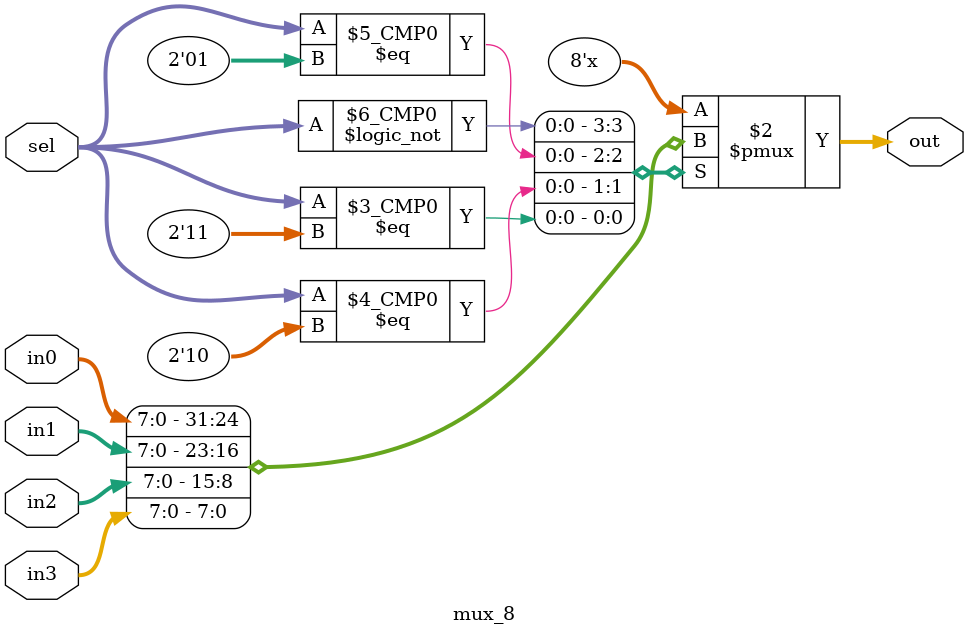
<source format=v>
module mux_8 (in0, in1, in2, in3, sel, out); 

input [7:0] in0; 
input [7:0] in1;
input [7:0] in2;
input [7:0] in3; 
input [1:0] sel;
output reg [7:0] out;

	always @(sel or in0 or in1 or in2 or 
					in3 )
	begin
		case (sel)
			2'b00  : out <= in0;
			2'b01  : out <= in1;
			2'b10  : out <= in2;
			2'b11  : out <= in3;
			default : out <= 8'bXXXXXXXX; 
		endcase
	end

endmodule

</source>
